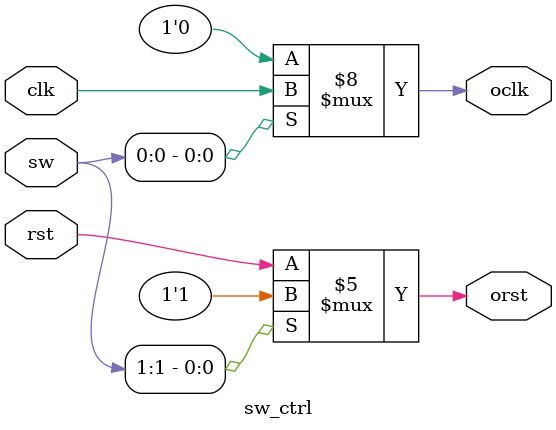
<source format=v>
`timescale 1ns / 1ps


module sw_ctrl (
    input [1:0] sw,
    input clk,
    input rst,

    output reg oclk,
    output reg orst
);

    always @(*) begin
        if (!sw[0]) begin
            oclk = 1'b0;
        end else begin
            oclk = clk;
        end
    end

    always @(*) begin
        if (sw[1]) begin
            orst = 1'b1;
        end else begin
            orst = rst;
        end
    end



endmodule

</source>
